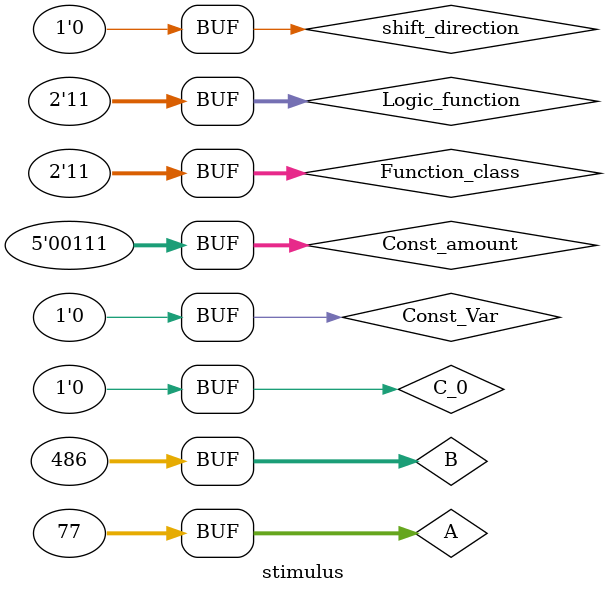
<source format=v>

module mux2_to_1(out, d0, d1, s0);
output out;
input d0, d1, s0;

wire y0, y1, s0n;

and(y1, d1, s0);
not(s0n, s0);
and(y0, s0n, d0);
or(out, y0, y1);

endmodule

//5 bit 2-1 mux
module mux2_to_1_5bit(out, d0, d1, s0);
output [4:0] out;
input [4:0] d0, d1;
input s0;

mux2_to_1 bit0(out[0], d0[0], d1[0], s0);
mux2_to_1 bit1(out[1], d0[1], d1[1], s0);
mux2_to_1 bit2(out[2], d0[2], d1[2], s0);
mux2_to_1 bit3(out[3], d0[3], d1[3], s0);
mux2_to_1 bit4(out[4], d0[4], d1[4], s0);

endmodule

//4 to 1 mux
module mux4_to_1(out, i0, i1, i2, i3, s0, s1);

output out;
input i0, i1, i2, i3;
input s0, s1;

wire s0n, s1n;
wire y0, y1, y2, y3;

not	(s0not, s0);
not	(s1not, s1);

and	(y0, i0, s0not, s1not);
and	(y1, i1, s0not, s1);
and	(y2, i2, s0, s1not);
and	(y3, i3, s0, s1);
or	(out, y0, y1, y2, y3);
endmodule

//8-bit 4-1 mux
module mux4_to_1_8b(out, d0, d1, d2, d3, s);
output [7:0] out;
input [7:0] d0;
input [7:0] d1;
input [7:0] d2;
input [7:0] d3;
input [1:0] s;

mux4_to_1 mux0(out[0], d0[0], d1[0], d2[0], d3[0], s[1], s[0]);
mux4_to_1 mux1(out[1], d0[1], d1[1], d2[1], d3[1], s[1], s[0]);
mux4_to_1 mux2(out[2], d0[2], d1[2], d2[2], d3[2], s[1], s[0]);
mux4_to_1 mux3(out[3], d0[3], d1[3], d2[3], d3[3], s[1], s[0]);
mux4_to_1 mux4(out[4], d0[4], d1[4], d2[4], d3[4], s[1], s[0]);
mux4_to_1 mux5(out[5], d0[5], d1[5], d2[5], d3[5], s[1], s[0]);
mux4_to_1 mux6(out[6], d0[6], d1[6], d2[6], d3[6], s[1], s[0]);
mux4_to_1 mux7(out[7], d0[7], d1[7], d2[7], d3[7], s[1], s[0]);

endmodule

//32-bit 4-1 mux
module mux4_to_1_32b(out, d0, d1, d2, d3, s);
output [31:0] out;
input [31:0] d0;
input [31:0] d1;
input [31:0] d2;
input [31:0] d3;
input [1:0] s;

mux4_to_1_8b mux0(out[7:0], d0[7:0], d1[7:0], d2[7:0], d3[7:0], s);
mux4_to_1_8b mux1(out[15:8], d0[15:8], d1[15:8], d2[15:8], d3[15:8], s);
mux4_to_1_8b mux2(out[23:16], d0[23:16], d1[23:16], d2[23:16], d3[23:16], s);
mux4_to_1_8b mux3(out[31:24], d0[31:24], d1[31:24], d2[31:24], d3[31:24], s);

endmodule

//32 bit shifter
module shifter(out, in, shift, select);
output reg [31:0] out;
input [31:0] in;
input [4:0] shift;
input select;

always@*
begin
if(~select)
	out = in<<shift;
else if(select)
	out = in>>shift;
end
endmodule

//32-bit Add-sub
//Full adder
module full_adder(c_out, sum, a, b, c_in);

output sum, c_out;
input a, b;
input c_in;

wire ab, axob, abc;

xor(axob, a, b);
and(ab, a, b);

xor(sum, axob, c_in);
and(abc, axob, c_in);
or(c_out, ab, abc);

endmodule

//add-sub function, includes xor
module add_sub(cc, ss, a, b, c);

output [31:0] ss;
output cc;
input [31:0] a, b;
input c;

wire [30:0] carry;
wire [31:0] y;

xor (y[0], b[0], c);
xor (y[1], b[1], c);
xor (y[2], b[2], c);
xor (y[3], b[3], c);
xor (y[4], b[4], c);
xor (y[5], b[5], c);
xor (y[6], b[6], c);
xor (y[7], b[7], c);
xor (y[8], b[8], c);
xor (y[9], b[9], c);
xor (y[10], b[10], c);
xor (y[11], b[11], c);
xor (y[12], b[12], c);
xor (y[13], b[13], c);
xor (y[14], b[14], c);
xor (y[15], b[15], c);
xor (y[16], b[16], c);
xor (y[17], b[17], c);
xor (y[18], b[18], c);
xor (y[19], b[19], c);
xor (y[20], b[20], c);
xor (y[21], b[21], c);
xor (y[22], b[22], c);
xor (y[23], b[23], c);
xor (y[24], b[24], c);
xor (y[25], b[25], c);
xor (y[26], b[26], c);
xor (y[27], b[27], c);
xor (y[28], b[28], c);
xor (y[29], b[29], c);
xor (y[30], b[30], c);
xor (y[31], b[31], c);

full_adder fa0(carry[0], ss[0], a[0], y[0], c);
full_adder fa1(carry[1], ss[1], a[1], y[1], carry[0]);
full_adder fa2(carry[2], ss[2], a[2], y[2], carry[1]);
full_adder fa3(carry[3], ss[3], a[3], y[3], carry[2]);
full_adder fa4(carry[4], ss[4], a[4], y[4], carry[3]);
full_adder fa5(carry[5], ss[5], a[5], y[5], carry[4]);
full_adder fa6(carry[6], ss[6], a[6], y[6], carry[5]);
full_adder fa7(carry[7], ss[7], a[7], y[7], carry[6]);
full_adder fa8(carry[8], ss[8], a[8], y[8], carry[7]);
full_adder fa9(carry[9], ss[9], a[9], y[9], carry[8]);
full_adder fa10(carry[10], ss[10], a[10], y[10], carry[9]);
full_adder fa11(carry[11], ss[11], a[11], y[11], carry[10]);
full_adder fa12(carry[12], ss[12], a[12], y[12], carry[11]);
full_adder fa13(carry[13], ss[13], a[13], y[13], carry[12]);
full_adder fa14(carry[14], ss[14], a[14], y[14], carry[13]);
full_adder fa15(carry[15], ss[15], a[15], y[15], carry[14]);
full_adder fa16(carry[16], ss[16], a[16], y[16], carry[15]);
full_adder fa17(carry[17], ss[17], a[17], y[17], carry[16]);
full_adder fa18(carry[18], ss[18], a[18], y[18], carry[17]);
full_adder fa19(carry[19], ss[19], a[19], y[19], carry[18]);
full_adder fa20(carry[20], ss[20], a[20], y[20], carry[19]);
full_adder fa21(carry[21], ss[21], a[21], y[21], carry[20]);
full_adder fa22(carry[22], ss[22], a[22], y[22], carry[21]);
full_adder fa23(carry[23], ss[23], a[23], y[23], carry[22]);
full_adder fa24(carry[24], ss[24], a[24], y[24], carry[23]);
full_adder fa25(carry[25], ss[25], a[25], y[25], carry[24]);
full_adder fa26(carry[26], ss[26], a[26], y[26], carry[25]);
full_adder fa27(carry[27], ss[27], a[27], y[27], carry[26]);
full_adder fa28(carry[28], ss[28], a[28], y[28], carry[27]);
full_adder fa29(carry[29], ss[29], a[29], y[29], carry[28]);
full_adder fa30(carry[30], ss[30], a[30], y[30], carry[29]);
full_adder fa31(cc, ss[31], a[31], y[31], carry[30]);

endmodule

//1-bit logic unit
module logic_1b(out, a, b, select);
output out;
input a, b;
input [1:0] select;

wire  and_out, or_out, xor_out, nor_out;

and and_op(and_out, a, b);
or or_op(or_out, a, b);
xor xor_op(xor_out, a, b);
not nor_op(nor_out, or_out);
mux4_to_1 mux_op(out, and_out, or_out, xor_out, nor_out, select[1], select[0]);

endmodule

//32-bit logic unit
module logic_32b(out, a, b, select);
output [31:0] out;
input [31:0] a, b;
input [1:0] select;

logic_1b bit_0(out[0], a[0], b[0], select); 
logic_1b bit_1(out[1], a[1], b[1], select);
logic_1b bit_2(out[2], a[2], b[2], select);
logic_1b bit_3(out[3], a[3], b[3], select);
logic_1b bit_4(out[4], a[4], b[4], select);
logic_1b bit_5(out[5], a[5], b[5], select);
logic_1b bit_6(out[6], a[6], b[6], select);
logic_1b bit_7(out[7], a[7], b[7], select);
logic_1b bit_8(out[8], a[8], b[8], select);
logic_1b bit_9(out[9], a[9], b[9], select);
//
logic_1b bit_10(out[10], a[10], b[10], select);
logic_1b bit_11(out[11], a[11], b[11], select);
logic_1b bit_12(out[12], a[12], b[12], select);
logic_1b bit_13(out[13], a[13], b[13], select);
logic_1b bit_14(out[14], a[14], b[14], select);
logic_1b bit_15(out[15], a[15], b[15], select);
logic_1b bit_16(out[16], a[16], b[16], select);
logic_1b bit_17(out[17], a[17], b[17], select);
logic_1b bit_18(out[18], a[18], b[18], select);
logic_1b bit_19(out[19], a[19], b[19], select);
//
logic_1b bit_20(out[20], a[20], b[20], select);
logic_1b bit_21(out[21], a[21], b[21], select);
logic_1b bit_22(out[22], a[22], b[22], select);
logic_1b bit_23(out[23], a[23], b[23], select);
logic_1b bit_24(out[24], a[24], b[24], select);
logic_1b bit_25(out[25], a[25], b[25], select);
logic_1b bit_26(out[26], a[26], b[26], select);
logic_1b bit_27(out[27], a[27], b[27], select);
logic_1b bit_28(out[28], a[28], b[28], select);
logic_1b bit_29(out[29], a[29], b[29], select);
//
logic_1b bit_30(out[30], a[30], b[30], select);
logic_1b bit_31(out[31], a[31], b[31], select);

endmodule

//alu
module ALU_32bits (s, a, b, c_0, Const_Var, shift_direction, Function_class, Logic_function, Const_amount);
output [31:0] s;
input [31:0] a, b;
input c_0;		//c_0 = Add' Sub
input Const_Var, shift_direction;
input [1:0] Function_class;
input [1:0] Logic_function;
input [4:0] Const_amount;

wire [31:0] add_sub_ab_msb;
wire [4:0] Amount;
wire [31:0] shifted_b, logic_ab, add_sub_ab;

//Shifter
mux2_to_1_5bit mymux2_to_1_5b (Amount, Const_amount, a[4:0], Const_Var);
shifter myShifter (shifted_b, b, Amount, shift_direction);

//Add-sub
add_sub myadd_sub ( , add_sub_ab, a, b, c_0);

//Logic
logic_32b mylogic (logic_ab, a, b, Logic_function);

//32-bit 4-1 mux
assign add_sub_ab_msb[0] = add_sub_ab[31];
assign add_sub_ab_msb[31:1] = 0;
mux4_to_1_32b functionChoose (s, shifted_b, add_sub_ab_msb, add_sub_ab, logic_ab, Function_class);

endmodule

//--------stimulus module
// The ALU module name and orders of inputs, outputs should be same as the ALU module in the following
// H. Li

module stimulus;

//inputs
reg[31:0] A,B;
reg C_0,Const_Var,shift_direction;
reg [1:0] Function_class;
reg [1:0] Logic_function;
reg [4:0] Const_amount; 


//outputs
wire[31:0] s;



ALU_32bits my_ALU (s,  A, B,  C_0, Const_Var, shift_direction, Function_class, Logic_function, Const_amount);

 

initial  
begin 

$monitor($time,"A=%d|%b, B=%d|%b, C_IN=%b,-- Function_class=%d, shift_direction=%b, Const_Var=%b, Const_amount=%d, shift_direction=%b, Logic_function=%d,--OUTPUT=%d|%b \n",A,A,B,B,C_0,Function_class,shift_direction,Const_Var,Const_amount,shift_direction,Logic_function,s,s);
end

initial
begin
A=4'd0; B=4'd0; C_0=1'b0;
#5 A=8'd19; B=8'd55; Function_class[1]=1; Function_class[0]=0;  
#5 A=8'd59; B=8'd38;C_0=1'b1; Function_class[1]=0; Function_class[0]=1;  
#5 A=8'd39; B=8'd136; C_0=1'b1;  Function_class[1]=1; Function_class[0]=0; 
#5 A=16'd9; B=4'd112; Function_class[1]=0; Function_class[0]=0; shift_direction=1; Const_Var=1; 

#5 A=16'd129; B=16'd456;Function_class[1]=0; Function_class[0]=0;shift_direction=0;Const_Var=0;Const_amount=5'd7;  
#5 A=16'd656; B=8'd218; C_0=1'b0;Function_class[1]=1; Function_class[0]=1;Logic_function=2'd0;  
#5 A=8'd195; B=8'd228; C_0=1'b1;Function_class[1]=1; Function_class[0]=1;Logic_function=2'd1; 
#5 A=8'd99; B=16'd286; C_0=1'b1;Function_class[1]=1; Function_class[0]=1;Logic_function=2'd2; 
#5 A=8'd77; B=16'd486; C_0=1'b0;Function_class[1]=1; Function_class[0]=1;Logic_function=2'd3; 
end

endmodule
</source>
